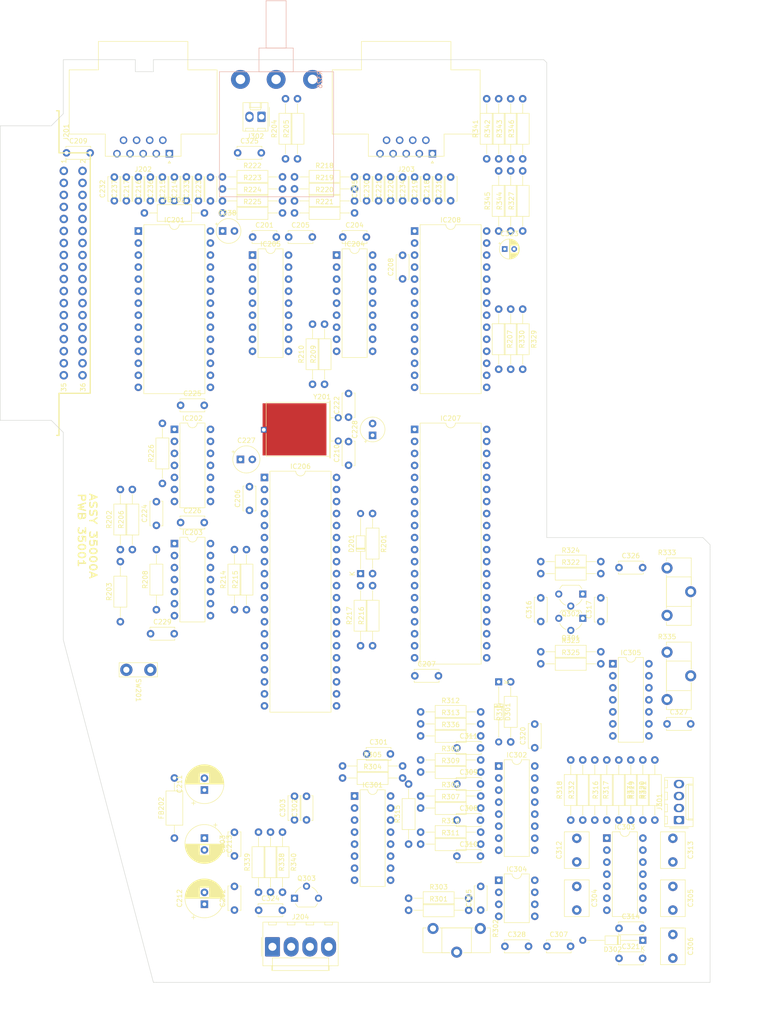
<source format=kicad_pcb>
(kicad_pcb (version 20211014) (generator pcbnew)
  (layers (0 "F.Cu" signal) (31 "B.Cu" signal) (34 "B.Paste" user) (35 "F.Paste" user) (36 "B.SilkS" user "B.Silkscreen") (37 "F.SilkS" user "F.Silkscreen") (38 "B.Mask" user) (39 "F.Mask" user) (44 "Edge.Cuts" user))
  (net 0 "")
  (net 1 "+5V")
  (net 2 "GNDA")
  (net 3 "-5VA")
  (net 4 "Net-(C209-Pad1)")
  (net 5 "Net-(C210-Pad1)")
  (net 6 "Net-(C214-Pad2)")
  (net 7 "Net-(C215-Pad2)")
  (net 8 "Net-(C216-Pad2)")
  (net 9 "Net-(C217-Pad2)")
  (net 10 "Net-(C218-Pad1)")
  (net 11 "Net-(C219-Pad1)")
  (net 12 "Net-(C220-Pad1)")
  (net 13 "Net-(C221-Pad1)")
  (net 14 "Net-(C222-Pad1)")
  (net 15 "/~{RESET}")
  (net 16 "Net-(C229-Pad1)")
  (net 17 "/POT2")
  (net 18 "/POT3")
  (net 19 "/POT0")
  (net 20 "/POT1")
  (net 21 "-12VA")
  (net 22 "Net-(C303-Pad2)")
  (net 23 "Net-(C304-Pad1)")
  (net 24 "Net-(C305-Pad2)")
  (net 25 "Net-(C306-Pad2)")
  (net 26 "Net-(C307-Pad2)")
  (net 27 "Net-(C312-Pad1)")
  (net 28 "Net-(C312-Pad2)")
  (net 29 "Net-(C313-Pad1)")
  (net 30 "Net-(C313-Pad2)")
  (net 31 "Net-(C315-Pad1)")
  (net 32 "/IOUT")
  (net 33 "Net-(C323-Pad1)")
  (net 34 "Net-(C323-Pad2)")
  (net 35 "/AUDIO")
  (net 36 "Net-(C326-Pad2)")
  (net 37 "Net-(C327-Pad2)")
  (net 38 "/COMPARE")
  (net 39 "Net-(D302-Pad1)")
  (net 40 "/Z")
  (net 41 "/D3")
  (net 42 "/A12")
  (net 43 "/D4")
  (net 44 "/A7")
  (net 45 "/D5")
  (net 46 "/A6")
  (net 47 "/D6")
  (net 48 "/A5")
  (net 49 "/D7")
  (net 50 "/A4")
  (net 51 "/~{ROMS}")
  (net 52 "/A3")
  (net 53 "/A10")
  (net 54 "/A2")
  (net 55 "/~{ROMOE}")
  (net 56 "/A1")
  (net 57 "/A11")
  (net 58 "/A0")
  (net 59 "/A9")
  (net 60 "/D0")
  (net 61 "/A8")
  (net 62 "/D1")
  (net 64 "/D2")
  (net 65 "/E")
  (net 66 "Net-(IC202-Pad3)")
  (net 67 "/A13")
  (net 68 "/A15")
  (net 69 "Net-(IC202-Pad11)")
  (net 70 "/A14")
  (net 71 "/~{E}")
  (net 72 "/~{RAMS}")
  (net 73 "/~{CARTS}")
  (net 74 "/~{IOS}")
  (net 75 "/R~{W}")
  (net 76 "/RAM_R~{W}")
  (net 77 "/~{NMI}")
  (net 78 "/~{IRQ}")
  (net 79 "/SW3")
  (net 82 "Net-(IC206-Pad8)")
  (net 83 "Net-(IC206-Pad9)")
  (net 84 "Net-(IC206-Pad32)")
  (net 85 "Net-(IC206-Pad33)")
  (net 86 "Net-(IC206-Pad34)")
  (net 88 "Net-(IC206-Pad36)")
  (net 89 "/~{HALT}")
  (net 90 "/P0")
  (net 91 "/P1")
  (net 92 "/P2")
  (net 93 "/P3")
  (net 94 "/P4")
  (net 95 "/P5")
  (net 96 "/P6")
  (net 97 "/P7")
  (net 98 "/SH")
  (net 99 "/SEL0")
  (net 100 "/SEL1")
  (net 101 "/BC1")
  (net 102 "/BDIR")
  (net 103 "/PB6")
  (net 104 "/~{RAMP}")
  (net 106 "/~{BLANK}")
  (net 107 "/~{ZERO}")
  (net 108 "/SW7")
  (net 109 "/CHC")
  (net 111 "Net-(IC208-Pad17)")
  (net 112 "/CHB")
  (net 113 "/CHA")
  (net 114 "/SW6")
  (net 115 "/SW5")
  (net 116 "/SW4")
  (net 117 "/SW2")
  (net 118 "/SW1")
  (net 119 "/SW0")
  (net 121 "Net-(IC301-Pad5)")
  (net 122 "Net-(IC301-Pad14)")
  (net 123 "Net-(IC301-Pad15)")
  (net 124 "Net-(IC303-Pad6)")
  (net 125 "Net-(IC304-Pad7)")
  (net 126 "Net-(IC305-Pad1)")
  (net 127 "Net-(IC305-Pad9)")
  (net 128 "Net-(IC305-Pad3)")
  (net 129 "Net-(IC305-Pad11)")
  (net 130 "/RAMP")
  (net 131 "/ZERO")
  (net 132 "/Y")
  (net 133 "/X")
  (net 135 "Net-(Q301-Pad2)")
  (net 136 "Net-(Q302-Pad2)")
  (net 137 "Net-(Q303-Pad2)")
  (net 138 "Net-(R301-Pad1)")
  (net 139 "Net-(C232-Pad2)")
  (net 140 "Net-(C233-Pad2)")
  (net 141 "Net-(IC302-Pad11)")
  (net 142 "Net-(R327-Pad2)")
  (net 143 "Net-(C230-Pad1)")
  (net 144 "Net-(C231-Pad1)")
  (footprint "Connector_Molex:Molex_KK-254_AE-6410-04A_1x04_P2.54mm_Vertical" (layer "F.Cu") (at 168.93 199.39 90)
    (fp_text reference "J301")
    (fp_text value "Video")
  )
  (footprint "Capacitor_THT:C_Disc_D5.0mm_W2.5mm_P5.00mm" (layer "F.Cu") (at 121.96 191.77)
    (fp_text reference "C309")
    (fp_text value "1nF")
  )
  (footprint "Capacitor_THT:C_Disc_D5.0mm_W2.5mm_P5.00mm" (layer "F.Cu") (at 156.25 222.25)
    (fp_text reference "C314")
    (fp_text value "0.1uF")
  )
  (footprint "Potentiometer_THT:Potentiometer_ACP_CA14-H5_Horizontal" (layer "F.Cu") (at 166.41 146.13)
    (fp_text reference "R333")
    (fp_text value "10k")
  )
  (footprint "Vectrex LogicBoard:R_Axial_DIN0207_L6.3mm_D2.5mm_P12.70mm_Horizontal" (layer "F.Cu") (at 135.89 91.44 -90)
    (fp_text reference "R329")
    (fp_text value "6.8k")
  )
  (footprint "MountingHole:MountingHole_3.5mm_Pad" (layer "F.Cu") (at 43.942 120.904)
    (fp_text reference "MNT3" hide)
    (fp_text value "MountingHole_Pad")
  )
  (footprint "Vectrex LogicBoard:R_Axial_DIN0207_L6.3mm_D2.5mm_P12.70mm_Horizontal" (layer "F.Cu") (at 139.7 147.32)
    (fp_text reference "R322")
    (fp_text value "3.3k")
  )
  (footprint "Vectrex LogicBoard:R_Axial_DIN0207_L6.3mm_D2.5mm_P12.70mm_Horizontal" (layer "F.Cu") (at 82.55 201.93 -90)
    (fp_text reference "R338")
    (fp_text value "4.7k")
  )
  (footprint "Vectrex LogicBoard:R_Axial_DIN0207_L6.3mm_D2.5mm_P12.70mm_Horizontal" (layer "F.Cu") (at 133.35 91.44 -90)
    (fp_text reference "R330")
    (fp_text value "3.3k")
  )
  (footprint "Vectrex LogicBoard:R_Axial_DIN0207_L6.3mm_D2.5mm_P12.70mm_Horizontal" (layer "F.Cu") (at 114.3 194.31)
    (fp_text reference "R306")
    (fp_text value "680")
  )
  (footprint "Vectrex LogicBoard:DSUB-9_Male_Horizontal_Vectrex" (layer "F.Cu") (at 61.166 58.594 180)
    (fp_text reference "J202")
    (fp_text value "DB9_Male")
  )
  (footprint "Inductor_THT:L_Axial_L7.0mm_D3.3mm_P12.70mm_Horizontal_Fastron_MICC" (layer "F.Cu") (at 55.88 71.12)
    (fp_text reference "FB201")
    (fp_text value "96Ω @ 25MHz")
  )
  (footprint "Vectrex LogicBoard:R_Axial_DIN0207_L6.3mm_D2.5mm_P12.70mm_Horizontal" (layer "F.Cu") (at 139.7 163.83)
    (fp_text reference "R323")
    (fp_text value "15k")
  )
  (footprint "Capacitor_THT:C_Disc_D5.0mm_W2.5mm_P5.00mm" (layer "F.Cu") (at 57.15 68.54 90)
    (fp_text reference "C216")
    (fp_text value "1nF")
  )
  (footprint "Inductor_THT:L_Axial_L7.0mm_D3.3mm_P12.70mm_Horizontal_Fastron_MICC" (layer "F.Cu") (at 62.23 203.2 90)
    (fp_text reference "FB202")
    (fp_text value "96Ω @ 25MHz")
  )
  (footprint "Connector_Molex:Molex_KK-396_A-41791-0004_1x04_P3.96mm_Vertical" (layer "F.Cu") (at 82.96 226.165)
    (fp_text reference "J204")
    (fp_text value "Power")
  )
  (footprint "Capacitor_THT:C_Disc_D5.0mm_W2.5mm_P5.00mm" (layer "F.Cu") (at 166.41 179.07)
    (fp_text reference "C327")
    (fp_text value "0.1uF")
  )
  (footprint "Vectrex LogicBoard:SULLINS_EBC18DRAS" (layer "F.Cu") (at 38.8412 62.23 -90)
    (fp_text reference "J201")
    (fp_text value "CART")
  )
  (footprint "Vectrex LogicBoard:R_Axial_DIN0207_L6.3mm_D2.5mm_P12.70mm_Horizontal" (layer "F.Cu") (at 114.3 196.85)
    (fp_text reference "R307")
    (fp_text value "330k")
  )
  (footprint "Capacitor_THT:C_Disc_D5.0mm_W2.5mm_P5.00mm" (layer "F.Cu") (at 59.69 68.54 90)
    (fp_text reference "C236")
    (fp_text value "0.1uF")
  )
  (footprint "Capacitor_THT:C_Disc_D5.0mm_W2.5mm_P5.00mm" (layer "F.Cu") (at 105.41 68.54 90)
    (fp_text reference "C230")
    (fp_text value "1nF")
  )
  (footprint "Vectrex LogicBoard:R_Axial_DIN0207_L6.3mm_D2.5mm_P12.70mm_Horizontal" (layer "F.Cu") (at 146.05 199.39 90)
    (fp_text reference "R318")
    (fp_text value "75")
  )
  (footprint "Capacitor_THT:C_Disc_D5.0mm_W2.5mm_P5.00mm" (layer "F.Cu") (at 99.06 124.42 90)
    (fp_text reference "C210")
    (fp_text value "20pF")
  )
  (footprint "Capacitor_THT:C_Disc_D5.0mm_W2.5mm_P5.00mm" (layer "F.Cu") (at 39.41 58.42)
    (fp_text reference "C209")
    (fp_text value "0.1uF")
  )
  (footprint "Vectrex LogicBoard:R_Axial_DIN0207_L6.3mm_D2.5mm_P12.70mm_Horizontal" (layer "F.Cu") (at 130.81 59.69 90)
    (fp_text reference "R342")
    (fp_text value "1k")
  )
  (footprint "Vectrex LogicBoard:R_Axial_DIN0207_L6.3mm_D2.5mm_P12.70mm_Horizontal" (layer "F.Cu") (at 87.63 63.5)
    (fp_text reference "R218")
    (fp_text value "680")
  )
  (footprint "Capacitor_THT:C_Disc_D5.0mm_W2.5mm_P5.00mm" (layer "F.Cu") (at 132.12 226.06)
    (fp_text reference "C328")
    (fp_text value "0.1uF")
  )
  (footprint "Package_DIP:DIP-16_W7.62mm" (layer "F.Cu") (at 100.33 194.31)
    (fp_text reference "IC301")
    (fp_text value "MC1408")
  )
  (footprint "Vectrex LogicBoard:R_Axial_DIN0207_L6.3mm_D2.5mm_P12.70mm_Horizontal" (layer "F.Cu") (at 133.35 74.93 90)
    (fp_text reference "R344")
    (fp_text value "33k")
  )
  (footprint "Vectrex LogicBoard:R_Axial_DIN0207_L6.3mm_D2.5mm_P12.70mm_Horizontal" (layer "F.Cu") (at 130.81 91.44 -90)
    (fp_text reference "R207")
    (fp_text value "3.3k")
  )
  (footprint "Vectrex LogicBoard:R_Axial_DIN0207_L6.3mm_D2.5mm_P12.70mm_Horizontal" (layer "F.Cu") (at 72.39 63.5)
    (fp_text reference "R222")
    (fp_text value "680")
  )
  (footprint "Vectrex LogicBoard:R_Axial_DIN0207_L6.3mm_D2.5mm_P12.70mm_Horizontal" (layer "F.Cu") (at 88.265 59.69 90)
    (fp_text reference "R205")
    (fp_text value "3.3k")
  )
  (footprint "Package_TO_SOT_THT:TO-92_Wide" (layer "F.Cu") (at 87.63 215.9)
    (fp_text reference "Q303")
    (fp_text value "2N3904")
  )
  (footprint "Potentiometer_THT:Potentiometer_ACP_CA14-H5_Horizontal" (layer "F.Cu") (at 126.92 222.29 -90)
    (fp_text reference "R302")
    (fp_text value "10k")
  )
  (footprint "Vectrex LogicBoard:R_Axial_DIN0207_L6.3mm_D2.5mm_P12.70mm_Horizontal" (layer "F.Cu") (at 74.93 154.94 90)
    (fp_text reference "R214")
    (fp_text value "33")
  )
  (footprint "Vectrex LogicBoard:R_Axial_DIN0207_L6.3mm_D2.5mm_P12.70mm_Horizontal" (layer "F.Cu") (at 139.7 144.78)
    (fp_text reference "R324")
    (fp_text value "3.3k")
  )
  (footprint "Vectrex LogicBoard:R_Axial_DIN0207_L6.3mm_D2.5mm_P12.70mm_Horizontal" (layer "F.Cu") (at 114.3 176.53)
    (fp_text reference "R312")
    (fp_text value "680")
  )
  (footprint "Package_TO_SOT_THT:TO-92_Wide" (layer "F.Cu") (at 148.59 151.63 180)
    (fp_text reference "Q302")
    (fp_text value "2N3906")
  )
  (footprint "Capacitor_THT:C_Disc_D5.0mm_W2.5mm_P5.00mm" (layer "F.Cu") (at 78.105 133.945 90)
    (fp_text reference "C206")
    (fp_text value "0.1uF")
  )
  (footprint "Vectrex LogicBoard:R_Axial_DIN0207_L6.3mm_D2.5mm_P12.70mm_Horizontal" (layer "F.Cu") (at 114.3 189.23)
    (fp_text reference "R309")
    (fp_text value "330k")
  )
  (footprint "Vectrex LogicBoard:R_Axial_DIN0207_L6.3mm_D2.5mm_P12.70mm_Horizontal" (layer "F.Cu") (at 114.3 179.07)
    (fp_text reference "R313")
    (fp_text value "330k")
  )
  (footprint "Capacitor_THT:C_Disc_D5.0mm_W2.5mm_P5.00mm" (layer "F.Cu") (at 58.42 137.12 90)
    (fp_text reference "C224")
    (fp_text value "0.1uF")
  )
  (footprint "Capacitor_THT:CP_Radial_Tantal_D5.5mm_P2.50mm" (layer "F.Cu") (at 76.2 123.19)
    (fp_text reference "C227")
    (fp_text value "22uF")
  )
  (footprint "Vectrex LogicBoard:R_Axial_DIN0207_L6.3mm_D2.5mm_P12.70mm_Horizontal" (layer "F.Cu") (at 128.27 59.69 90)
    (fp_text reference "R341")
    (fp_text value "1k")
  )
  (footprint "Package_DIP:DIP-18_W7.62mm" (layer "F.Cu") (at 78.75 80.02)
    (fp_text reference "IC205")
    (fp_text value "2114")
  )
  (footprint "Capacitor_THT:C_Disc_D7.5mm_W5.0mm_P5.00mm" (layer "F.Cu") (at 167.64 203.24 -90)
    (fp_text reference "C313")
    (fp_text value "10nF")
  )
  (footprint "Capacitor_THT:C_Disc_D5.0mm_W2.5mm_P5.00mm" (layer "F.Cu") (at 90.17 199.35 90)
    (fp_text reference "C302")
    (fp_text value "0.1uF")
  )
  (footprint "Capacitor_THT:C_Disc_D5.0mm_W2.5mm_P5.00mm" (layer "F.Cu") (at 87.63 199.35 90)
    (fp_text reference "C303")
    (fp_text value "47pF")
  )
  (footprint "Capacitor_THT:C_Disc_D5.0mm_W2.5mm_P5.00mm" (layer "F.Cu") (at 102.87 68.54 90)
    (fp_text reference "C235")
    (fp_text value "0.1uF")
  )
  (footprint "Capacitor_THT:C_Disc_D5.0mm_W2.5mm_P5.00mm" (layer "F.Cu") (at 121.96 184.15)
    (fp_text reference "C311")
    (fp_text value "1nF")
  )
  (footprint "Vectrex LogicBoard:R_Axial_DIN0207_L6.3mm_D2.5mm_P12.70mm_Horizontal" (layer "F.Cu") (at 133.35 182.88 90)
    (fp_text reference "R314")
    (fp_text value "2.2k")
  )
  (footprint "Vectrex LogicBoard:R_Axial_DIN0207_L6.3mm_D2.5mm_P12.70mm_Horizontal" (layer "F.Cu") (at 50.8 142.24 90)
    (fp_text reference "R202")
    (fp_text value "3.3k")
  )
  (footprint "Vectrex LogicBoard:R_Axial_DIN0207_L6.3mm_D2.5mm_P12.70mm_Horizontal" (layer "F.Cu") (at 111.76 218.44)
    (fp_text reference "R301")
    (fp_text value "2.7k 1%")
  )
  (footprint "Diode_THT:D_DO-34_SOD68_P12.70mm_Horizontal" (layer "F.Cu") (at 161.29 224.79 180)
    (fp_text reference "D302")
    (fp_text value "1N4148")
  )
  (footprint "MountingHole:MountingHole_3.5mm_Pad" (layer "F.Cu") (at 136.398 83.82)
    (fp_text reference "MNT4" hide)
    (fp_text value "MountingHole_Pad")
  )
  (footprint "Vectrex LogicBoard:R_Axial_DIN0207_L6.3mm_D2.5mm_P12.70mm_Horizontal" (layer "F.Cu") (at 85.09 201.93 -90)
    (fp_text reference "R340")
    (fp_text value "10k")
  )
  (footprint "Capacitor_THT:C_Disc_D5.0mm_W2.5mm_P5.00mm" (layer "F.Cu") (at 113.03 68.54 90)
    (fp_text reference "C234")
    (fp_text value "0.1uF")
  )
  (footprint "Capacitor_THT:C_Disc_D5.0mm_W2.5mm_P5.00mm" (layer "F.Cu") (at 127 218.4 90)
    (fp_text reference "C315")
    (fp_text value "47pF")
  )
  (footprint "Capacitor_THT:C_Disc_D5.0mm_W2.5mm_P5.00mm" (layer "F.Cu") (at 102.91 185.42)
    (fp_text reference "C301")
    (fp_text value "0.1uF")
  )
  (footprint "Vectrex LogicBoard:R_Axial_DIN0207_L6.3mm_D2.5mm_P12.70mm_Horizontal" (layer "F.Cu") (at 114.3 201.93)
    (fp_text reference "R310")
    (fp_text value "680")
  )
  (footprint "Capacitor_THT:C_Disc_D5.0mm_W2.5mm_P5.00mm" (layer "F.Cu") (at 118.11 68.54 90)
    (fp_text reference "C218")
    (fp_text value "1nF")
  )
  (footprint "Vectrex LogicBoard:R_Axial_DIN0207_L6.3mm_D2.5mm_P12.70mm_Horizontal" (layer "F.Cu") (at 72.39 66.04)
    (fp_text reference "R223")
    (fp_text value "680")
  )
  (footprint "Vectrex LogicBoard:R_Axial_DIN0207_L6.3mm_D2.5mm_P12.70mm_Horizontal" (layer "F.Cu") (at 135.89 74.93 90)
    (fp_text reference "R327")
    (fp_text value "33k")
  )
  (footprint "Vectrex LogicBoard:R_Axial_DIN0207_L6.3mm_D2.5mm_P12.70mm_Horizontal" (layer "F.Cu") (at 72.39 68.58)
    (fp_text reference "R224")
    (fp_text value "680")
  )
  (footprint "Vectrex LogicBoard:R_Axial_DIN0207_L6.3mm_D2.5mm_P12.70mm_Horizontal" (layer "F.Cu") (at 77.47 154.94 90)
    (fp_text reference "R215")
    (fp_text value "33")
  )
  (footprint "Capacitor_THT:CP_Radial_Tantal_D5.0mm_P2.50mm" (layer "F.Cu") (at 72.43 74.93)
    (fp_text reference "C238")
    (fp_text value "10uF 16V")
  )
  (footprint "Package_DIP:DIP-40_W15.24mm" (layer "F.Cu") (at 113.025 116.845)
    (fp_text reference "IC207")
    (fp_text value "6522")
  )
  (footprint "Vectrex LogicBoard:R_Axial_DIN0207_L6.3mm_D2.5mm_P12.70mm_Horizontal" (layer "F.Cu") (at 158.75 186.69 -90)
    (fp_text reference "R320")
    (fp_text value "220")
  )
  (footprint "Capacitor_THT:C_Disc_D5.0mm_W2.5mm_P5.00mm" (layer "F.Cu") (at 86.4 76.2)
    (fp_text reference "C205")
    (fp_text value "0.1uF")
  )
  (footprint "Capacitor_THT:C_Disc_D5.0mm_W2.5mm_P5.00mm" (layer "F.Cu") (at 57.19 160.02)
    (fp_text reference "C229")
    (fp_text value "10nF")
  )
  (footprint "Capacitor_THT:C_Disc_D5.0mm_W2.5mm_P5.00mm" (layer "F.Cu") (at 52.07 68.54 90)
    (fp_text reference "C237")
    (fp_text value "0.1uF")
  )
  (footprint "Vectrex LogicBoard:R_Axial_DIN0207_L6.3mm_D2.5mm_P12.70mm_Horizontal" (layer "F.Cu") (at 104.14 134.62 -90)
    (fp_text reference "R201")
    (fp_text value "22k")
  )
  (footprint "Vectrex LogicBoard:R_Axial_DIN0207_L6.3mm_D2.5mm_P12.70mm_Horizontal" (layer "F.Cu") (at 135.89 59.69 90)
    (fp_text reference "R346")
    (fp_text value "33k")
  )
  (footprint "Vectrex LogicBoard:DSUB-9_Male_Horizontal_Vectrex" (layer "F.Cu") (at 116.792 58.594 180)
    (fp_text reference "J203")
    (fp_text value "DB9_Male")
  )
  (footprint "Capacitor_THT:CP_Radial_D8.0mm_P2.50mm" (layer "F.Cu") (at 68.58 193.04 90)
    (fp_text reference "C211")
    (fp_text value "220uF 16V")
  )
  (footprint "Package_TO_SOT_THT:TO-92L_Wide" (layer "F.Cu") (at 148.6 156.76 180)
    (fp_text reference "Q301")
    (fp_text value "2N3906")
  )
  (footprint "Vectrex LogicBoard:R_Axial_DIN0207_L6.3mm_D2.5mm_P12.70mm_Horizontal" (layer "F.Cu") (at 50.8 157.48 90)
    (fp_text reference "R203")
    (fp_text value "3.3k")
  )
  (footprint "Vectrex LogicBoard:R_Axial_DIN0207_L6.3mm_D2.5mm_P12.70mm_Horizontal" (layer "F.Cu") (at 91.44 107.315 90)
    (fp_text reference "R210")
    (fp_text value "3.3k")
  )
  (footprint "Package_DIP:DIP-14_W7.62mm" (layer "F.Cu") (at 154.95 166.365)
    (fp_text reference "IC305")
    (fp_text value "4066")
  )
  (footprint "Package_DIP:DIP-28_W15.24mm" (layer "F.Cu") (at 113.025 74.94)
    (fp_text reference "IC208")
    (fp_text value "AY3-8912")
  )
  (footprint "Vectrex LogicBoard:R_Axial_DIN0207_L6.3mm_D2.5mm_P12.70mm_Horizontal" (layer "F.Cu") (at 97.79 190.5)
    (fp_text reference "R304")
    (fp_text value "2.7k 1%")
  )
  (footprint "Capacitor_THT:C_Disc_D5.0mm_W2.5mm_P5.00mm" (layer "F.Cu") (at 121.96 207.01)
    (fp_text reference "C310")
    (fp_text value "1nF")
  )
  (footprint "Package_DIP:DIP-14_W7.62mm" (layer "F.Cu") (at 62.24 116.835)
    (fp_text reference "IC202")
    (fp_text value "74LS00")
  )
  (footprint "Capacitor_THT:C_Disc_D5.0mm_W2.5mm_P5.00mm" (layer "F.Cu") (at 138.43 184.11 90)
    (fp_text reference "C320")
    (fp_text value "0.1uF")
  )
  (footprint "Vectrex LogicBoard:R_Axial_DIN0207_L6.3mm_D2.5mm_P12.70mm_Horizontal" (layer "F.Cu") (at 153.67 199.39 90)
    (fp_text reference "R316")
    (fp_text value "10k 1%")
  )
  (footprint "Vectrex LogicBoard:R_Axial_DIN0207_L6.3mm_D2.5mm_P12.70mm_Horizontal" (layer "F.Cu") (at 130.81 74.93 90)
    (fp_text reference "R345")
    (fp_text value "33k")
  )
  (footprint "Capacitor_THT:C_Disc_D5.0mm_W2.5mm_P5.00mm" (layer "F.Cu") (at 115.57 68.54 90)
    (fp_text reference "C219")
    (fp_text value "1nF")
  )
  (footprint "Diode_THT:D_DO-34_SOD68_P12.70mm_Horizontal" (layer "F.Cu") (at 130.81 170.18 -90)
    (fp_text reference "D301")
    (fp_text value "1N4148")
  )
  (footprint "Capacitor_THT:C_Disc_D5.0mm_W2.5mm_P5.00mm" (layer "F.Cu") (at 54.61 68.54 90)
    (fp_text reference "C217")
    (fp_text value "1nF")
  )
  (footprint "Vectrex LogicBoard:R_Axial_DIN0207_L6.3mm_D2.5mm_P12.70mm_Horizontal" (layer "F.Cu") (at 151.13 186.69 -90)
    (fp_text reference "R317")
    (fp_text value "220")
  )
  (footprint "Capacitor_THT:C_Disc_D5.0mm_W2.5mm_P5.00mm" (layer "F.Cu") (at 80.05 218.44)
    (fp_text reference "C324")
    (fp_text value "0.1uF")
  )
  (footprint "Capacitor_THT:C_Disc_D5.0mm_W2.5mm_P5.00mm" (layer "F.Cu") (at 67.31 68.54 90)
    (fp_text reference "C233")
    (fp_text value "1nF")
  )
  (footprint "Capacitor_THT:C_Disc_D7.5mm_W5.0mm_P5.00mm" (layer "F.Cu") (at 147.32 213.4 -90)
    (fp_text reference "C304")
    (fp_text value "10nF")
  )
  (footprint "Vectrex LogicBoard:R_Axial_DIN0207_L6.3mm_D2.5mm_P12.70mm_Horizontal" (layer "F.Cu") (at 161.29 199.39 90)
    (fp_text reference "R319")
    (fp_text value "10k 1%")
  )
  (footprint "Capacitor_THT:C_Disc_D5.0mm_W2.5mm_P5.00mm" (layer "F.Cu") (at 141.01 226.06)
    (fp_text reference "C307")
    (fp_text value "1nF")
  )
  (footprint "Vectrex LogicBoard:R_Axial_DIN0207_L6.3mm_D2.5mm_P12.70mm_Horizontal" (layer "F.Cu") (at 148.59 199.39 90)
    (fp_text reference "R332")
    (fp_text value "3.3M")
  )
  (footprint "Potentiometer_THT:Potentiometer_ACP_CA14-H5_Horizontal" (layer "F.Cu") (at 166.41 163.91)
    (fp_text reference "R335")
    (fp_text value "10k")
  )
  (footprint "Vectrex LogicBoard:R_Axial_DIN0207_L6.3mm_D2.5mm_P12.70mm_Horizontal" (layer "F.Cu") (at 139.7 166.37)
    (fp_text reference "R325")
    (fp_text value "15k")
  )
  (footprint "Vectrex LogicBoard:Crystal_HC49-U_Horizontal_1EP_style3" (layer "F.Cu") (at 96.88 114.39 -90)
    (fp_text reference "Y201")
    (fp_text value "6MHz")
  )
  (footprint "Diode_THT:D_DO-34_SOD68_P12.70mm_Horizontal" (layer "F.Cu") (at 101.6 147.32 90)
    (fp_text reference "D201")
    (fp_text value "1N4148")
  )
  (footprint "Capacitor_THT:C_Disc_D5.0mm_W2.5mm_P5.00mm" (layer "F.Cu") (at 110.49 68.54 90)
    (fp_text reference "C220")
    (fp_text value "1nF")
  )
  (footprint "Capacitor_THT:C_Disc_D5.0mm_W2.5mm_P5.00mm" (layer "F.Cu") (at 49.53 68.54 90)
    (fp_text reference "C232")
    (fp_text value "1nF")
  )
  (footprint "Vectrex LogicBoard:R_Axial_DIN0207_L6.3mm_D2.5mm_P12.70mm_Horizontal" (layer "F.Cu") (at 87.63 71.12)
    (fp_text reference "R221")
    (fp_text value "680")
  )
  (footprint "MountingHole:MountingHole_3.5mm_Pad" (layer "F.Cu") (at 170.942 184.912)
    (fp_text reference "MNT2" hide)
    (fp_text value "MountingHole_Pad")
  )
  (footprint "Connector_Molex:Molex_KK-254_AE-6410-02A_1x02_P2.54mm_Vertical" (layer "F.Cu") (at 80.645 50.8 180)
    (fp_text reference "J302")
    (fp_text value "Audio")
  )
  (footprint "Capacitor_THT:C_Disc_D5.0mm_W2.5mm_P5.00mm" (layer "F.Cu") (at 110.49 85.05 90)
    (fp_text reference "C208")
    (fp_text value "0.1uF")
  )
  (footprint "Vectrex LogicBoard:R_Axial_DIN0207_L6.3mm_D2.5mm_P12.70mm_Horizontal" (layer "F.Cu") (at 114.3 186.69)
    (fp_text reference "R308")
    (fp_text value "680")
  )
  (footprint "Vectrex LogicBoard:R_Axial_DIN0207_L6.3mm_D2.5mm_P12.70mm_Horizontal" (layer "F.Cu") (at 133.35 59.69 90)
    (fp_text reference "R343")
    (fp_text value "1k")
  )
  (footprint "Package_DIP:DIP-8_W7.62mm" (layer "F.Cu") (at 130.82 212.1)
    (fp_text reference "IC304")
    (fp_text value "LF353")
  )
  (footprint "Capacitor_THT:C_Disc_D7.5mm_W5.0mm_P5.00mm" (layer "F.Cu") (at 167.64 223.56 -90)
    (fp_text reference "C306")
    (fp_text value "10nF")
  )
  (footprint "MountingHole:MountingHole_3.5mm_Pad" (layer "F.Cu") (at 63.246 228.092)
    (fp_text reference "MNT1" hide)
    (fp_text value "MountingHole_Pad")
  )
  (footprint "Capacitor_THT:C_Disc_D7.5mm_W5.0mm_P5.00mm" (layer "F.Cu") (at 167.64 213.4 -90)
    (fp_text reference "C305")
    (fp_text value "10nF")
  )
  (footprint "Capacitor_THT:C_Disc_D5.0mm_W2.5mm_P5.00mm" (layer "F.Cu") (at 78.78 76.2)
    (fp_text reference "C201")
    (fp_text value "0.1uF")
  )
  (footprint "Capacitor_THT:C_Disc_D5.0mm_W2.5mm_P5.00mm" (layer "F.Cu") (at 97.83 76.2)
    (fp_text reference "C204")
    (fp_text value "0.1uF")
  )
  (footprint "Vectrex LogicBoard:R_Axial_DIN0207_L6.3mm_D2.5mm_P12.70mm_Horizontal" (layer "F.Cu") (at 72.39 71.12)
    (fp_text reference "R225")
    (fp_text value "680")
  )
  (footprint "Vectrex LogicBoard:R_Axial_DIN0207_L6.3mm_D2.5mm_P12.70mm_Horizontal" (layer "F.Cu") (at 58.42 154.94 90)
    (fp_text reference "R208")
    (fp_text value "100")
  )
  (footprint "Capacitor_THT:C_Disc_D5.0mm_W2.5mm_P5.00mm" (layer "F.Cu") (at 64.77 68.5 90)
    (fp_text reference "C214")
    (fp_text value "1nF")
  )
  (footprint "Capacitor_THT:C_Disc_D5.0mm_W2.5mm_P5.00mm" (layer "F.Cu") (at 74.93 206.97 90)
    (fp_text reference "C203")
    (fp_text value "0.1uF")
  )
  (footprint "Vectrex LogicBoard:R_Axial_DIN0207_L6.3mm_D2.5mm_P12.70mm_Horizontal" (layer "F.Cu") (at 97.79 187.96)
    (fp_text reference "R305")
    (fp_text value "2.7k 1%")
  )
  (footprint "Vectrex LogicBoard:R_Axial_DIN0207_L6.3mm_D2.5mm_P12.70mm_Horizontal" (layer "F.Cu") (at 156.21 186.69 -90)
    (fp_text reference "R334")
    (fp_text value "3.3M")
  )
  (footprint "Capacitor_THT:C_Disc_D5.0mm_W2.5mm_P5.00mm" (layer "F.Cu") (at 74.93 218.4 90)
    (fp_text reference "C202")
    (fp_text value "0.1uF")
  )
  (footprint "Capacitor_THT:C_Disc_D5.0mm_W2.5mm_P5.00mm" (layer "F.Cu") (at 75.605 58.42)
    (fp_text reference "C325")
    (fp_text value "220pF")
  )
  (footprint "Vectrex LogicBoard:R_Axial_DIN0207_L6.3mm_D2.5mm_P12.70mm_Horizontal" (layer "F.Cu") (at 80.01 214.63 90)
    (fp_text reference "R339")
    (fp_text value "4.7k")
  )
  (footprint "Vectrex LogicBoard:R_Axial_DIN0207_L6.3mm_D2.5mm_P12.70mm_Horizontal" (layer "F.Cu") (at 85.725 59.69 90)
    (fp_text reference "R204")
    (fp_text value "3.3k")
  )
  (footprint "Capacitor_THT:CP_Radial_D8.0mm_P2.50mm" (layer "F.Cu") (at 68.58 217.17 90)
    (fp_text reference "C212")
    (fp_text value "100uF 16V")
  )
  (footprint "Package_DIP:DIP-28_W15.24mm" (layer "F.Cu") (at 54.605 74.94)
    (fp_text reference "IC201")
    (fp_text value "2363")
  )
  (footprint "Capacitor_THT:CP_Radial_D4.0mm_P2.00mm" (layer "F.Cu") (at 132.08 78.74)
    (fp_text reference "C323")
    (fp_text value "4.7uF 16V")
  )
  (footprint "Vectrex LogicBoard:R_Axial_DIN0207_L6.3mm_D2.5mm_P12.70mm_Horizontal" (layer "F.Cu") (at 93.98 107.315 90)
    (fp_text reference "R209")
    (fp_text value "3.3k")
  )
  (footprint "Vectrex LogicBoard:R_Axial_DIN0207_L6.3mm_D2.5mm_P12.70mm_Horizontal" (layer "F.Cu") (at 114.3 181.61)
    (fp_text reference "R336")
    (fp_text value "1M")
  )
  (footprint "Vectrex LogicBoard:R_Axial_DIN0207_L6.3mm_D2.5mm_P12.70mm_Horizontal" (layer "F.Cu") (at 163.83 199.39 90)
    (fp_text reference "R321")
    (fp_text value "75")
  )
  (footprint "Vectrex LogicBoard:R_Axial_DIN0207_L6.3mm_D2.5mm_P12.70mm_Horizontal" (layer "F.Cu") (at 111.76 204.47 90)
    (fp_text reference "R315")
    (fp_text value "2.2k")
  )
  (footprint "Package_DIP:DIP-40_W15.24mm" (layer "F.Cu") (at 81.275 127.005)
    (fp_text reference "IC206")
    (fp_text value "68A09")
  )
  (footprint "Capacitor_THT:C_Disc_D5.0mm_W2.5mm_P5.00mm" (layer "F.Cu") (at 99.06 114.26 90)
    (fp_text reference "C222")
    (fp_text value "20pF")
  )
  (footprint "Vectrex LogicBoard:R_Axial_DIN0207_L6.3mm_D2.5mm_P12.70mm_Horizontal" (layer "F.Cu") (at 104.14 162.56 90)
    (fp_text reference "R216")
    (fp_text value "33")
  )
  (footprint "Capacitor_THT:C_Disc_D5.0mm_W2.5mm_P5.00mm" (layer "F.Cu") (at 62.23 68.54 90)
    (fp_text reference "C215")
    (fp_text value "1nF")
  )
  (footprint "Capacitor_THT:C_Disc_D5.0mm_W2.5mm_P5.00mm" (layer "F.Cu") (at 63.54 111.76)
    (fp_text reference "C225")
    (fp_text value "0.1uF")
  )
  (footprint "Vectrex LogicBoard:R_Axial_DIN0207_L6.3mm_D2.5mm_P12.70mm_Horizontal" (layer "F.Cu") (at 87.63 66.04)
    (fp_text reference "R219")
    (fp_text value "680")
  )
  (footprint "Package_DIP:DIP-16_W7.62mm" (layer "F.Cu") (at 130.82 187.975)
    (fp_text reference "IC302")
    (fp_text value "CD4052B")
  )
  (footprint "Package_DIP:DIP-14_W7.62mm" (layer "F.Cu") (at 153.68 203.195)
    (fp_text reference "IC303")
    (fp_text value "LF347")
  )
  (footprint "Capacitor_THT:C_Disc_D5.0mm_W2.5mm_P5.00mm" (layer "F.Cu") (at 121.96 199.39)
    (fp_text reference "C308")
    (fp_text value "1nF")
  )
  (footprint "Capacitor_THT:C_Disc_D5.0mm_W2.5mm_P5.00mm" (layer "F.Cu") (at 156.25 228.6)
    (fp_text reference "C321")
    (fp_text value "0.1uF")
  )
  (footprint "TestPoint:TestPoint_Bridge_Pitch5.08mm_Drill1.3mm" (layer "F.Cu") (at 57.15 167.64 180)
    (fp_text reference "SW201")
    (fp_text value "Reset")
  )
  (footprint "Package_DIP:DIP-14_W7.62mm" (layer "F.Cu") (at 62.24 140.965)
    (fp_text reference "IC203")
    (fp_text value "74LS32")
  )
  (footprint "Vectrex LogicBoard:R_Axial_DIN0207_L6.3mm_D2.5mm_P12.70mm_Horizontal" (layer "F.Cu") (at 59.69 128.27 90)
    (fp_text reference "R226")
    (fp_text value "33")
  )
  (footprint "Vectrex LogicBoard:R_Axial_DIN0207_L6.3mm_D2.5mm_P12.70mm_Horizontal" (layer "F.Cu") (at 111.76 215.9)
    (fp_text reference "R303")
    (fp_text value "3.6k 1%")
  )
  (footprint "Vectrex LogicBoard:R_Axial_DIN0207_L6.3mm_D2.5mm_P12.70mm_Horizontal" (layer "F.Cu") (at 101.6 162.56 90)
    (fp_text reference "R217")
    (fp_text value "33")
  )
  (footprint "Capacitor_THT:C_Disc_D5.0mm_W2.5mm_P5.00mm" (layer "F.Cu") (at 113.07 168.91)
    (fp_text reference "C207")
    (fp_text value "0.1uF")
  )
  (footprint "Vectrex LogicBoard:R_Axial_DIN0207_L6.3mm_D2.5mm_P12.70mm_Horizontal" (layer "F.Cu") (at 114.3 204.47)
    (fp_text reference "R311")
    (fp_text value "330k")
  )
  (footprint "Capacitor_THT:CP_Radial_D8.0mm_P2.50mm" (layer "F.Cu") (at 68.58 203.2 -90)
    (fp_text reference "C213")
    (fp_text value "100uF 16V")
  )
  (footprint "Vectrex LogicBoard:R_Axial_DIN0207_L6.3mm_D2.5mm_P12.70mm_Horizontal" (layer "F.Cu") (at 87.63 68.58)
    (fp_text reference "R220")
    (fp_text value "680")
  )
  (footprint "Capacitor_THT:C_Disc_D5.0mm_W2.5mm_P5.00mm" (layer "F.Cu") (at 120.65 68.54 90)
    (fp_text reference "C231")
    (fp_text value "1nF")
  )
  (footprint "Capacitor_THT:C_Disc_D5.0mm_W2.5mm_P5.00mm" (layer "F.Cu") (at 69.85 68.58 90)
    (fp_text reference "C223")
    (fp_text value "0.1uF")
  )
  (footprint "Capacitor_THT:C_Disc_D5.0mm_W2.5mm_P5.00mm" (layer "F.Cu") (at 139.7 157.44 90)
    (fp_text reference "C316")
    (fp_text value "0.1uF")
  )
  (footprint "Capacitor_THT:C_Disc_D5.0mm_W2.5mm_P5.00mm" (layer "F.Cu") (at 156.25 146.05)
    (fp_text reference "C326")
    (fp_text value "0.1uF")
  )
  (footprint "Vectrex LogicBoard:R_Axial_DIN0207_L6.3mm_D2.5mm_P12.70mm_Horizontal" (layer "F.Cu") (at 53.34 142.24 90)
    (fp_text reference "R206")
    (fp_text value "3.3k")
  )
  (footprint "Package_DIP:DIP-18_W7.62mm" (layer "F.Cu") (at 96.53 80.02)
    (fp_text reference "IC204")
    (fp_text value "2114")
  )
  (footprint "Capacitor_THT:C_Disc_D5.0mm_W2.5mm_P5.00mm" (layer "F.Cu") (at 107.95 68.5 90)
    (fp_text reference "C221")
    (fp_text value "1nF")
  )
  (footprint "Capacitor_THT:C_Disc_D5.0mm_W2.5mm_P5.00mm" (layer "F.Cu") (at 63.54 136.525)
    (fp_text reference "C226")
    (fp_text value "0.1uF")
  )
  (footprint "Capacitor_THT:CP_Radial_Tantal_D5.0mm_P2.50mm" (layer "F.Cu") (at 104.14 118.11 90)
    (fp_text reference "C228")
    (fp_text value "22uF 16V")
  )
  (footprint "Capacitor_THT:C_Disc_D5.0mm_W2.5mm_P5.00mm" (layer "F.Cu") (at 152.4 157.44 90)
    (fp_text reference "C317")
    (fp_text value "0.1uF")
  )
  (footprint "Capacitor_THT:C_Disc_D7.5mm_W5.0mm_P5.00mm" (layer "F.Cu") (at 147.32 208.24 90)
    (fp_text reference "C312")
    (fp_text value "10nF")
  )
  (footprint "Vectrex LogicBoard:Potentiometer_UndLab_Horizontal" (layer "B.Cu") (at 76.2 42.902 90)
    (fp_text reference "R326")
    (fp_text value "10k")
  )
  (gr_line (start 25.4 114.935) (end 25.4 52.705) (layer "Edge.Cuts") (width 0.1))
  (gr_line (start 175.26 233.68) (end 58.42 233.68) (layer "Edge.Cuts") (width 0.1))
  (gr_line (start 140.335 38.735) (end 140.97 39.37) (layer "Edge.Cuts") (width 0.1))
  (gr_line (start 25.4 52.705) (end 36.195 52.705) (layer "Edge.Cuts") (width 0.1))
  (gr_line (start 57.785 41.275) (end 57.785 38.735) (layer "Edge.Cuts") (width 0.1))
  (gr_line (start 140.97 39.37) (end 140.97 139.7) (layer "Edge.Cuts") (width 0.1))
  (gr_line (start 175.514 142.24) (end 175.514 141.732) (layer "Edge.Cuts") (width 0.1))
  (gr_line (start 57.785 38.735) (end 139.7 38.735) (layer "Edge.Cuts") (width 0.1))
  (gr_line (start 53.975 38.735) (end 53.975 41.275) (layer "Edge.Cuts") (width 0.1))
  (gr_line (start 139.7 38.735) (end 140.335 38.735) (layer "Edge.Cuts") (width 0.1))
  (gr_line (start 38.735 117.475) (end 36.195 114.935) (layer "Edge.Cuts") (width 0.1))
  (gr_line (start 140.97 139.7) (end 173.99 139.7) (layer "Edge.Cuts") (width 0.1))
  (gr_line (start 38.735 38.735) (end 53.975 38.735) (layer "Edge.Cuts") (width 0.1))
  (gr_line (start 38.735 161.29) (end 57.785 233.68) (layer "Edge.Cuts") (width 0.1))
  (gr_line (start 175.514 141.732) (end 175.514 141.224) (layer "Edge.Cuts") (width 0.1))
  (gr_line (start 175.26 233.68) (end 175.514 233.68) (layer "Edge.Cuts") (width 0.1))
  (gr_line (start 38.735 50.165) (end 38.735 38.735) (layer "Edge.Cuts") (width 0.1))
  (gr_line (start 175.514 233.68) (end 175.514 142.24) (layer "Edge.Cuts") (width 0.1))
  (gr_line (start 175.514 141.224) (end 173.99 139.7) (layer "Edge.Cuts") (width 0.1))
  (gr_line (start 36.195 52.705) (end 38.735 50.165) (layer "Edge.Cuts") (width 0.1))
  (gr_line (start 58.42 233.68) (end 57.785 233.68) (layer "Edge.Cuts") (width 0.1))
  (gr_line (start 38.735 161.29) (end 38.735 117.475) (layer "Edge.Cuts") (width 0.1))
  (gr_line (start 53.975 41.275) (end 57.785 41.275) (layer "Edge.Cuts") (width 0.1))
  (gr_line (start 36.195 114.935) (end 25.4 114.935) (layer "Edge.Cuts") (width 0.1))
  (gr_text "ASSY 35000A\nPWB 35001" (at 43.815 130.175 270) (layer "F.SilkS") (effects (font (size 1.5 1.8) (thickness 0.3)) (justify left)))
)
</source>
